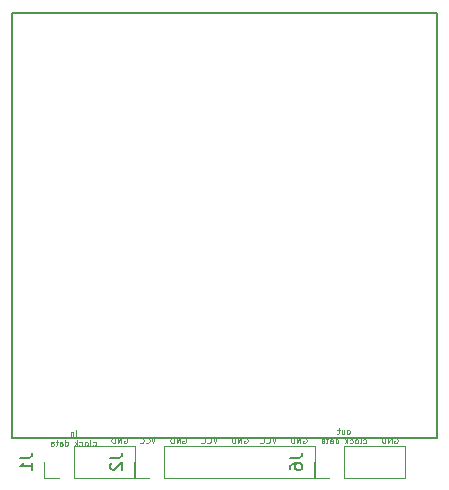
<source format=gbo>
%TF.GenerationSoftware,KiCad,Pcbnew,5.99.0-unknown-652a59b78~104~ubuntu20.04.1*%
%TF.CreationDate,2020-09-21T15:47:38+02:00*%
%TF.ProjectId,LEDBoard_4x4_16bit,4c454442-6f61-4726-945f-3478345f3136,4.0.0*%
%TF.SameCoordinates,Original*%
%TF.FileFunction,Legend,Bot*%
%TF.FilePolarity,Positive*%
%FSLAX46Y46*%
G04 Gerber Fmt 4.6, Leading zero omitted, Abs format (unit mm)*
G04 Created by KiCad (PCBNEW 5.99.0-unknown-652a59b78~104~ubuntu20.04.1) date 2020-09-21 15:47:38*
%MOMM*%
%LPD*%
G01*
G04 APERTURE LIST*
%ADD10C,0.200000*%
%ADD11C,0.100000*%
%ADD12C,0.150000*%
%ADD13C,0.120000*%
G04 APERTURE END LIST*
D10*
X52000000Y-50000000D02*
X88000000Y-50000000D01*
X52000000Y-86000000D02*
X52000000Y-50000000D01*
X88000000Y-86000000D02*
X52000000Y-86000000D01*
X88000000Y-50000000D02*
X88000000Y-86000000D01*
D11*
X80504761Y-85623690D02*
X80552380Y-85599880D01*
X80576190Y-85576071D01*
X80600000Y-85528452D01*
X80600000Y-85385595D01*
X80576190Y-85337976D01*
X80552380Y-85314166D01*
X80504761Y-85290357D01*
X80433333Y-85290357D01*
X80385714Y-85314166D01*
X80361904Y-85337976D01*
X80338095Y-85385595D01*
X80338095Y-85528452D01*
X80361904Y-85576071D01*
X80385714Y-85599880D01*
X80433333Y-85623690D01*
X80504761Y-85623690D01*
X79909523Y-85290357D02*
X79909523Y-85623690D01*
X80123809Y-85290357D02*
X80123809Y-85552261D01*
X80100000Y-85599880D01*
X80052380Y-85623690D01*
X79980952Y-85623690D01*
X79933333Y-85599880D01*
X79909523Y-85576071D01*
X79742857Y-85290357D02*
X79552380Y-85290357D01*
X79671428Y-85123690D02*
X79671428Y-85552261D01*
X79647619Y-85599880D01*
X79600000Y-85623690D01*
X79552380Y-85623690D01*
X81766666Y-86404880D02*
X81814285Y-86428690D01*
X81909523Y-86428690D01*
X81957142Y-86404880D01*
X81980952Y-86381071D01*
X82004761Y-86333452D01*
X82004761Y-86190595D01*
X81980952Y-86142976D01*
X81957142Y-86119166D01*
X81909523Y-86095357D01*
X81814285Y-86095357D01*
X81766666Y-86119166D01*
X81480952Y-86428690D02*
X81528571Y-86404880D01*
X81552380Y-86357261D01*
X81552380Y-85928690D01*
X81219047Y-86428690D02*
X81266666Y-86404880D01*
X81290476Y-86381071D01*
X81314285Y-86333452D01*
X81314285Y-86190595D01*
X81290476Y-86142976D01*
X81266666Y-86119166D01*
X81219047Y-86095357D01*
X81147619Y-86095357D01*
X81100000Y-86119166D01*
X81076190Y-86142976D01*
X81052380Y-86190595D01*
X81052380Y-86333452D01*
X81076190Y-86381071D01*
X81100000Y-86404880D01*
X81147619Y-86428690D01*
X81219047Y-86428690D01*
X80623809Y-86404880D02*
X80671428Y-86428690D01*
X80766666Y-86428690D01*
X80814285Y-86404880D01*
X80838095Y-86381071D01*
X80861904Y-86333452D01*
X80861904Y-86190595D01*
X80838095Y-86142976D01*
X80814285Y-86119166D01*
X80766666Y-86095357D01*
X80671428Y-86095357D01*
X80623809Y-86119166D01*
X80409523Y-86428690D02*
X80409523Y-85928690D01*
X80361904Y-86238214D02*
X80219047Y-86428690D01*
X80219047Y-86095357D02*
X80409523Y-86285833D01*
X79409523Y-86428690D02*
X79409523Y-85928690D01*
X79409523Y-86404880D02*
X79457142Y-86428690D01*
X79552380Y-86428690D01*
X79600000Y-86404880D01*
X79623809Y-86381071D01*
X79647619Y-86333452D01*
X79647619Y-86190595D01*
X79623809Y-86142976D01*
X79600000Y-86119166D01*
X79552380Y-86095357D01*
X79457142Y-86095357D01*
X79409523Y-86119166D01*
X78957142Y-86428690D02*
X78957142Y-86166785D01*
X78980952Y-86119166D01*
X79028571Y-86095357D01*
X79123809Y-86095357D01*
X79171428Y-86119166D01*
X78957142Y-86404880D02*
X79004761Y-86428690D01*
X79123809Y-86428690D01*
X79171428Y-86404880D01*
X79195238Y-86357261D01*
X79195238Y-86309642D01*
X79171428Y-86262023D01*
X79123809Y-86238214D01*
X79004761Y-86238214D01*
X78957142Y-86214404D01*
X78790476Y-86095357D02*
X78600000Y-86095357D01*
X78719047Y-85928690D02*
X78719047Y-86357261D01*
X78695238Y-86404880D01*
X78647619Y-86428690D01*
X78600000Y-86428690D01*
X78219047Y-86428690D02*
X78219047Y-86166785D01*
X78242857Y-86119166D01*
X78290476Y-86095357D01*
X78385714Y-86095357D01*
X78433333Y-86119166D01*
X78219047Y-86404880D02*
X78266666Y-86428690D01*
X78385714Y-86428690D01*
X78433333Y-86404880D01*
X78457142Y-86357261D01*
X78457142Y-86309642D01*
X78433333Y-86262023D01*
X78385714Y-86238214D01*
X78266666Y-86238214D01*
X78219047Y-86214404D01*
X57426190Y-85823690D02*
X57426190Y-85490357D01*
X57426190Y-85323690D02*
X57450000Y-85347500D01*
X57426190Y-85371309D01*
X57402380Y-85347500D01*
X57426190Y-85323690D01*
X57426190Y-85371309D01*
X57188095Y-85490357D02*
X57188095Y-85823690D01*
X57188095Y-85537976D02*
X57164285Y-85514166D01*
X57116666Y-85490357D01*
X57045238Y-85490357D01*
X56997619Y-85514166D01*
X56973809Y-85561785D01*
X56973809Y-85823690D01*
X58866666Y-86604880D02*
X58914285Y-86628690D01*
X59009523Y-86628690D01*
X59057142Y-86604880D01*
X59080952Y-86581071D01*
X59104761Y-86533452D01*
X59104761Y-86390595D01*
X59080952Y-86342976D01*
X59057142Y-86319166D01*
X59009523Y-86295357D01*
X58914285Y-86295357D01*
X58866666Y-86319166D01*
X58580952Y-86628690D02*
X58628571Y-86604880D01*
X58652380Y-86557261D01*
X58652380Y-86128690D01*
X58319047Y-86628690D02*
X58366666Y-86604880D01*
X58390476Y-86581071D01*
X58414285Y-86533452D01*
X58414285Y-86390595D01*
X58390476Y-86342976D01*
X58366666Y-86319166D01*
X58319047Y-86295357D01*
X58247619Y-86295357D01*
X58200000Y-86319166D01*
X58176190Y-86342976D01*
X58152380Y-86390595D01*
X58152380Y-86533452D01*
X58176190Y-86581071D01*
X58200000Y-86604880D01*
X58247619Y-86628690D01*
X58319047Y-86628690D01*
X57723809Y-86604880D02*
X57771428Y-86628690D01*
X57866666Y-86628690D01*
X57914285Y-86604880D01*
X57938095Y-86581071D01*
X57961904Y-86533452D01*
X57961904Y-86390595D01*
X57938095Y-86342976D01*
X57914285Y-86319166D01*
X57866666Y-86295357D01*
X57771428Y-86295357D01*
X57723809Y-86319166D01*
X57509523Y-86628690D02*
X57509523Y-86128690D01*
X57461904Y-86438214D02*
X57319047Y-86628690D01*
X57319047Y-86295357D02*
X57509523Y-86485833D01*
X56509523Y-86628690D02*
X56509523Y-86128690D01*
X56509523Y-86604880D02*
X56557142Y-86628690D01*
X56652380Y-86628690D01*
X56700000Y-86604880D01*
X56723809Y-86581071D01*
X56747619Y-86533452D01*
X56747619Y-86390595D01*
X56723809Y-86342976D01*
X56700000Y-86319166D01*
X56652380Y-86295357D01*
X56557142Y-86295357D01*
X56509523Y-86319166D01*
X56057142Y-86628690D02*
X56057142Y-86366785D01*
X56080952Y-86319166D01*
X56128571Y-86295357D01*
X56223809Y-86295357D01*
X56271428Y-86319166D01*
X56057142Y-86604880D02*
X56104761Y-86628690D01*
X56223809Y-86628690D01*
X56271428Y-86604880D01*
X56295238Y-86557261D01*
X56295238Y-86509642D01*
X56271428Y-86462023D01*
X56223809Y-86438214D01*
X56104761Y-86438214D01*
X56057142Y-86414404D01*
X55890476Y-86295357D02*
X55700000Y-86295357D01*
X55819047Y-86128690D02*
X55819047Y-86557261D01*
X55795238Y-86604880D01*
X55747619Y-86628690D01*
X55700000Y-86628690D01*
X55319047Y-86628690D02*
X55319047Y-86366785D01*
X55342857Y-86319166D01*
X55390476Y-86295357D01*
X55485714Y-86295357D01*
X55533333Y-86319166D01*
X55319047Y-86604880D02*
X55366666Y-86628690D01*
X55485714Y-86628690D01*
X55533333Y-86604880D01*
X55557142Y-86557261D01*
X55557142Y-86509642D01*
X55533333Y-86462023D01*
X55485714Y-86438214D01*
X55366666Y-86438214D01*
X55319047Y-86414404D01*
X76666666Y-85950000D02*
X76714285Y-85926190D01*
X76785714Y-85926190D01*
X76857142Y-85950000D01*
X76904761Y-85997619D01*
X76928571Y-86045238D01*
X76952380Y-86140476D01*
X76952380Y-86211904D01*
X76928571Y-86307142D01*
X76904761Y-86354761D01*
X76857142Y-86402380D01*
X76785714Y-86426190D01*
X76738095Y-86426190D01*
X76666666Y-86402380D01*
X76642857Y-86378571D01*
X76642857Y-86211904D01*
X76738095Y-86211904D01*
X76428571Y-86426190D02*
X76428571Y-85926190D01*
X76142857Y-86426190D01*
X76142857Y-85926190D01*
X75904761Y-86426190D02*
X75904761Y-85926190D01*
X75785714Y-85926190D01*
X75714285Y-85950000D01*
X75666666Y-85997619D01*
X75642857Y-86045238D01*
X75619047Y-86140476D01*
X75619047Y-86211904D01*
X75642857Y-86307142D01*
X75666666Y-86354761D01*
X75714285Y-86402380D01*
X75785714Y-86426190D01*
X75904761Y-86426190D01*
X74333333Y-85926190D02*
X74166666Y-86426190D01*
X74000000Y-85926190D01*
X73547619Y-86378571D02*
X73571428Y-86402380D01*
X73642857Y-86426190D01*
X73690476Y-86426190D01*
X73761904Y-86402380D01*
X73809523Y-86354761D01*
X73833333Y-86307142D01*
X73857142Y-86211904D01*
X73857142Y-86140476D01*
X73833333Y-86045238D01*
X73809523Y-85997619D01*
X73761904Y-85950000D01*
X73690476Y-85926190D01*
X73642857Y-85926190D01*
X73571428Y-85950000D01*
X73547619Y-85973809D01*
X73047619Y-86378571D02*
X73071428Y-86402380D01*
X73142857Y-86426190D01*
X73190476Y-86426190D01*
X73261904Y-86402380D01*
X73309523Y-86354761D01*
X73333333Y-86307142D01*
X73357142Y-86211904D01*
X73357142Y-86140476D01*
X73333333Y-86045238D01*
X73309523Y-85997619D01*
X73261904Y-85950000D01*
X73190476Y-85926190D01*
X73142857Y-85926190D01*
X73071428Y-85950000D01*
X73047619Y-85973809D01*
X71666666Y-85950000D02*
X71714285Y-85926190D01*
X71785714Y-85926190D01*
X71857142Y-85950000D01*
X71904761Y-85997619D01*
X71928571Y-86045238D01*
X71952380Y-86140476D01*
X71952380Y-86211904D01*
X71928571Y-86307142D01*
X71904761Y-86354761D01*
X71857142Y-86402380D01*
X71785714Y-86426190D01*
X71738095Y-86426190D01*
X71666666Y-86402380D01*
X71642857Y-86378571D01*
X71642857Y-86211904D01*
X71738095Y-86211904D01*
X71428571Y-86426190D02*
X71428571Y-85926190D01*
X71142857Y-86426190D01*
X71142857Y-85926190D01*
X70904761Y-86426190D02*
X70904761Y-85926190D01*
X70785714Y-85926190D01*
X70714285Y-85950000D01*
X70666666Y-85997619D01*
X70642857Y-86045238D01*
X70619047Y-86140476D01*
X70619047Y-86211904D01*
X70642857Y-86307142D01*
X70666666Y-86354761D01*
X70714285Y-86402380D01*
X70785714Y-86426190D01*
X70904761Y-86426190D01*
X69333333Y-85926190D02*
X69166666Y-86426190D01*
X69000000Y-85926190D01*
X68547619Y-86378571D02*
X68571428Y-86402380D01*
X68642857Y-86426190D01*
X68690476Y-86426190D01*
X68761904Y-86402380D01*
X68809523Y-86354761D01*
X68833333Y-86307142D01*
X68857142Y-86211904D01*
X68857142Y-86140476D01*
X68833333Y-86045238D01*
X68809523Y-85997619D01*
X68761904Y-85950000D01*
X68690476Y-85926190D01*
X68642857Y-85926190D01*
X68571428Y-85950000D01*
X68547619Y-85973809D01*
X68047619Y-86378571D02*
X68071428Y-86402380D01*
X68142857Y-86426190D01*
X68190476Y-86426190D01*
X68261904Y-86402380D01*
X68309523Y-86354761D01*
X68333333Y-86307142D01*
X68357142Y-86211904D01*
X68357142Y-86140476D01*
X68333333Y-86045238D01*
X68309523Y-85997619D01*
X68261904Y-85950000D01*
X68190476Y-85926190D01*
X68142857Y-85926190D01*
X68071428Y-85950000D01*
X68047619Y-85973809D01*
X66466666Y-85950000D02*
X66514285Y-85926190D01*
X66585714Y-85926190D01*
X66657142Y-85950000D01*
X66704761Y-85997619D01*
X66728571Y-86045238D01*
X66752380Y-86140476D01*
X66752380Y-86211904D01*
X66728571Y-86307142D01*
X66704761Y-86354761D01*
X66657142Y-86402380D01*
X66585714Y-86426190D01*
X66538095Y-86426190D01*
X66466666Y-86402380D01*
X66442857Y-86378571D01*
X66442857Y-86211904D01*
X66538095Y-86211904D01*
X66228571Y-86426190D02*
X66228571Y-85926190D01*
X65942857Y-86426190D01*
X65942857Y-85926190D01*
X65704761Y-86426190D02*
X65704761Y-85926190D01*
X65585714Y-85926190D01*
X65514285Y-85950000D01*
X65466666Y-85997619D01*
X65442857Y-86045238D01*
X65419047Y-86140476D01*
X65419047Y-86211904D01*
X65442857Y-86307142D01*
X65466666Y-86354761D01*
X65514285Y-86402380D01*
X65585714Y-86426190D01*
X65704761Y-86426190D01*
X64133333Y-85926190D02*
X63966666Y-86426190D01*
X63800000Y-85926190D01*
X63347619Y-86378571D02*
X63371428Y-86402380D01*
X63442857Y-86426190D01*
X63490476Y-86426190D01*
X63561904Y-86402380D01*
X63609523Y-86354761D01*
X63633333Y-86307142D01*
X63657142Y-86211904D01*
X63657142Y-86140476D01*
X63633333Y-86045238D01*
X63609523Y-85997619D01*
X63561904Y-85950000D01*
X63490476Y-85926190D01*
X63442857Y-85926190D01*
X63371428Y-85950000D01*
X63347619Y-85973809D01*
X62847619Y-86378571D02*
X62871428Y-86402380D01*
X62942857Y-86426190D01*
X62990476Y-86426190D01*
X63061904Y-86402380D01*
X63109523Y-86354761D01*
X63133333Y-86307142D01*
X63157142Y-86211904D01*
X63157142Y-86140476D01*
X63133333Y-86045238D01*
X63109523Y-85997619D01*
X63061904Y-85950000D01*
X62990476Y-85926190D01*
X62942857Y-85926190D01*
X62871428Y-85950000D01*
X62847619Y-85973809D01*
X61480952Y-85950000D02*
X61528571Y-85926190D01*
X61600000Y-85926190D01*
X61671428Y-85950000D01*
X61719047Y-85997619D01*
X61742857Y-86045238D01*
X61766666Y-86140476D01*
X61766666Y-86211904D01*
X61742857Y-86307142D01*
X61719047Y-86354761D01*
X61671428Y-86402380D01*
X61600000Y-86426190D01*
X61552380Y-86426190D01*
X61480952Y-86402380D01*
X61457142Y-86378571D01*
X61457142Y-86211904D01*
X61552380Y-86211904D01*
X61242857Y-86426190D02*
X61242857Y-85926190D01*
X60957142Y-86426190D01*
X60957142Y-85926190D01*
X60719047Y-86426190D02*
X60719047Y-85926190D01*
X60600000Y-85926190D01*
X60528571Y-85950000D01*
X60480952Y-85997619D01*
X60457142Y-86045238D01*
X60433333Y-86140476D01*
X60433333Y-86211904D01*
X60457142Y-86307142D01*
X60480952Y-86354761D01*
X60528571Y-86402380D01*
X60600000Y-86426190D01*
X60719047Y-86426190D01*
X84380952Y-85950000D02*
X84428571Y-85926190D01*
X84500000Y-85926190D01*
X84571428Y-85950000D01*
X84619047Y-85997619D01*
X84642857Y-86045238D01*
X84666666Y-86140476D01*
X84666666Y-86211904D01*
X84642857Y-86307142D01*
X84619047Y-86354761D01*
X84571428Y-86402380D01*
X84500000Y-86426190D01*
X84452380Y-86426190D01*
X84380952Y-86402380D01*
X84357142Y-86378571D01*
X84357142Y-86211904D01*
X84452380Y-86211904D01*
X84142857Y-86426190D02*
X84142857Y-85926190D01*
X83857142Y-86426190D01*
X83857142Y-85926190D01*
X83619047Y-86426190D02*
X83619047Y-85926190D01*
X83500000Y-85926190D01*
X83428571Y-85950000D01*
X83380952Y-85997619D01*
X83357142Y-86045238D01*
X83333333Y-86140476D01*
X83333333Y-86211904D01*
X83357142Y-86307142D01*
X83380952Y-86354761D01*
X83428571Y-86402380D01*
X83500000Y-86426190D01*
X83619047Y-86426190D01*
D12*
%TO.C,J2*%
X60332380Y-87666666D02*
X61046666Y-87666666D01*
X61189523Y-87619047D01*
X61284761Y-87523809D01*
X61332380Y-87380952D01*
X61332380Y-87285714D01*
X60427619Y-88095238D02*
X60380000Y-88142857D01*
X60332380Y-88238095D01*
X60332380Y-88476190D01*
X60380000Y-88571428D01*
X60427619Y-88619047D01*
X60522857Y-88666666D01*
X60618095Y-88666666D01*
X60760952Y-88619047D01*
X61332380Y-88047619D01*
X61332380Y-88666666D01*
%TO.C,J1*%
X52712380Y-87666666D02*
X53426666Y-87666666D01*
X53569523Y-87619047D01*
X53664761Y-87523809D01*
X53712380Y-87380952D01*
X53712380Y-87285714D01*
X53712380Y-88666666D02*
X53712380Y-88095238D01*
X53712380Y-88380952D02*
X52712380Y-88380952D01*
X52855238Y-88285714D01*
X52950476Y-88190476D01*
X52998095Y-88095238D01*
%TO.C,J6*%
X75572380Y-87666666D02*
X76286666Y-87666666D01*
X76429523Y-87619047D01*
X76524761Y-87523809D01*
X76572380Y-87380952D01*
X76572380Y-87285714D01*
X75572380Y-88571428D02*
X75572380Y-88380952D01*
X75620000Y-88285714D01*
X75667619Y-88238095D01*
X75810476Y-88142857D01*
X76000952Y-88095238D01*
X76381904Y-88095238D01*
X76477142Y-88142857D01*
X76524761Y-88190476D01*
X76572380Y-88285714D01*
X76572380Y-88476190D01*
X76524761Y-88571428D01*
X76477142Y-88619047D01*
X76381904Y-88666666D01*
X76143809Y-88666666D01*
X76048571Y-88619047D01*
X76000952Y-88571428D01*
X75953333Y-88476190D01*
X75953333Y-88285714D01*
X76000952Y-88190476D01*
X76048571Y-88142857D01*
X76143809Y-88095238D01*
D13*
%TO.C,J2*%
X62320000Y-88000000D02*
X62320000Y-89330000D01*
X62320000Y-89330000D02*
X63650000Y-89330000D01*
X64920000Y-89330000D02*
X77680000Y-89330000D01*
X77680000Y-86670000D02*
X77680000Y-89330000D01*
X64920000Y-86670000D02*
X77680000Y-86670000D01*
X64920000Y-86670000D02*
X64920000Y-89330000D01*
%TO.C,J1*%
X54700000Y-88000000D02*
X54700000Y-89330000D01*
X54700000Y-89330000D02*
X56030000Y-89330000D01*
X57300000Y-89330000D02*
X62440000Y-89330000D01*
X62440000Y-86670000D02*
X62440000Y-89330000D01*
X57300000Y-86670000D02*
X62440000Y-86670000D01*
X57300000Y-86670000D02*
X57300000Y-89330000D01*
%TO.C,J6*%
X77560000Y-88000000D02*
X77560000Y-89330000D01*
X77560000Y-89330000D02*
X78890000Y-89330000D01*
X80160000Y-89330000D02*
X85300000Y-89330000D01*
X85300000Y-86670000D02*
X85300000Y-89330000D01*
X80160000Y-86670000D02*
X85300000Y-86670000D01*
X80160000Y-86670000D02*
X80160000Y-89330000D01*
%TD*%
M02*

</source>
